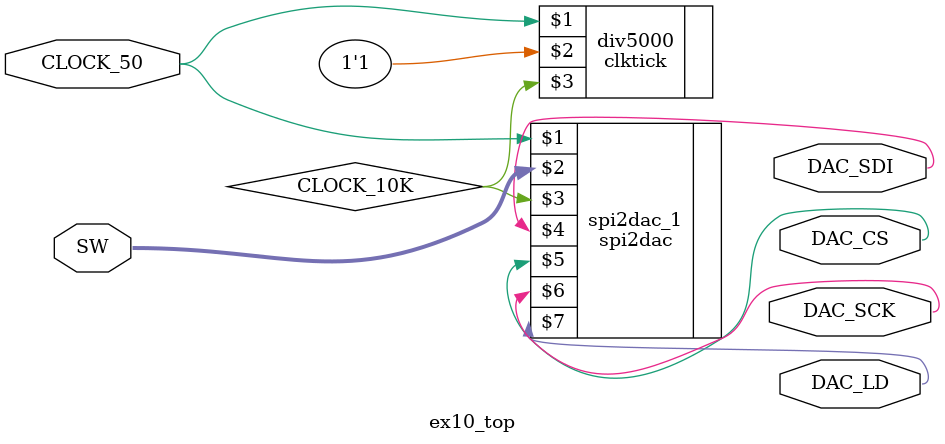
<source format=v>
module ex10_top (
    SW, CLOCK_50,
    DAC_CS, DAC_SDI, DAC_LD, DAC_SCK
);

input [9:0] SW;
input CLOCK_50;
output DAC_CS, DAC_SDI, DAC_LD, DAC_SCK;

wire CLOCK_10K;

clktick #(.MAX_COUNT(5000)) div5000(CLOCK_50, 1'b1, CLOCK_10K);

spi2dac spi2dac_1(
    CLOCK_50,
    SW, 
    CLOCK_10K,
    DAC_SDI, DAC_CS, DAC_SCK, DAC_LD);

endmodule
</source>
